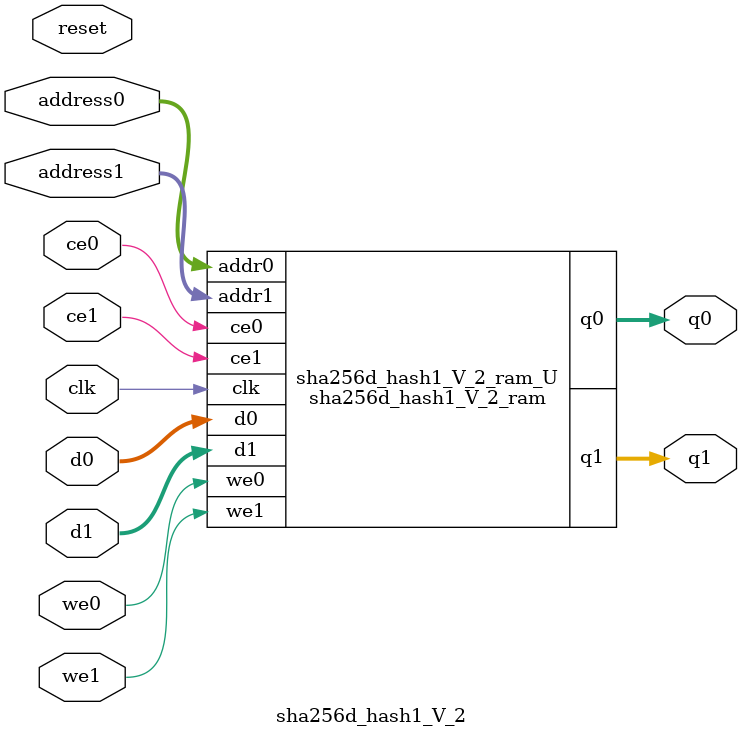
<source format=v>
`timescale 1 ns / 1 ps
module sha256d_hash1_V_2_ram (addr0, ce0, d0, we0, q0, addr1, ce1, d1, we1, q1,  clk);

parameter DWIDTH = 32;
parameter AWIDTH = 3;
parameter MEM_SIZE = 8;

input[AWIDTH-1:0] addr0;
input ce0;
input[DWIDTH-1:0] d0;
input we0;
output reg[DWIDTH-1:0] q0;
input[AWIDTH-1:0] addr1;
input ce1;
input[DWIDTH-1:0] d1;
input we1;
output reg[DWIDTH-1:0] q1;
input clk;

(* ram_style = "block" *)reg [DWIDTH-1:0] ram[0:MEM_SIZE-1];




always @(posedge clk)  
begin 
    if (ce0) begin
        if (we0) 
            ram[addr0] <= d0; 
        q0 <= ram[addr0];
    end
end


always @(posedge clk)  
begin 
    if (ce1) begin
        if (we1) 
            ram[addr1] <= d1; 
        q1 <= ram[addr1];
    end
end


endmodule

`timescale 1 ns / 1 ps
module sha256d_hash1_V_2(
    reset,
    clk,
    address0,
    ce0,
    we0,
    d0,
    q0,
    address1,
    ce1,
    we1,
    d1,
    q1);

parameter DataWidth = 32'd32;
parameter AddressRange = 32'd8;
parameter AddressWidth = 32'd3;
input reset;
input clk;
input[AddressWidth - 1:0] address0;
input ce0;
input we0;
input[DataWidth - 1:0] d0;
output[DataWidth - 1:0] q0;
input[AddressWidth - 1:0] address1;
input ce1;
input we1;
input[DataWidth - 1:0] d1;
output[DataWidth - 1:0] q1;



sha256d_hash1_V_2_ram sha256d_hash1_V_2_ram_U(
    .clk( clk ),
    .addr0( address0 ),
    .ce0( ce0 ),
    .we0( we0 ),
    .d0( d0 ),
    .q0( q0 ),
    .addr1( address1 ),
    .ce1( ce1 ),
    .we1( we1 ),
    .d1( d1 ),
    .q1( q1 ));

endmodule


</source>
